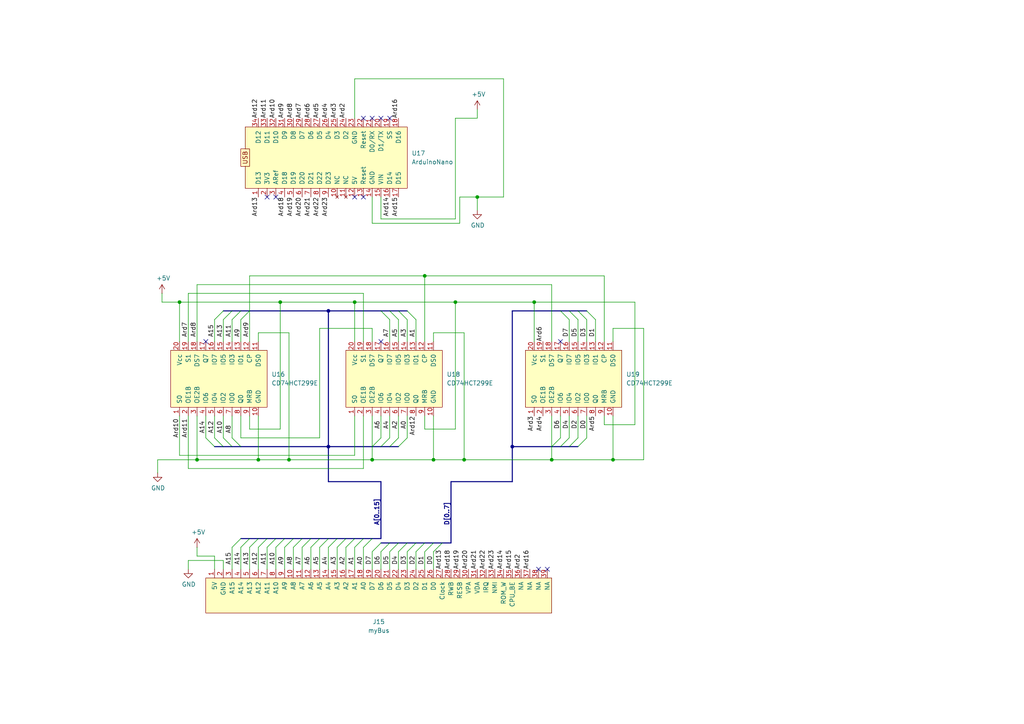
<source format=kicad_sch>
(kicad_sch (version 20231120) (generator "eeschema") (generator_version "8.0")
  (paper "A4")
  (title_block (title "Arduino Nano"))
  (lib_symbols
    (symbol "6502:ArduinoNano" (pin_names (offset 1.016))
      (property "Reference" "U" (at 27.94 0 0))
      (property "Value" "ArduinoNano" (at -1.27 0 0))
      (symbol "ArduinoNano_0_0"
        (rectangle (start -25.4 2.54) (end -22.86 -2.54) (fill (type background)))
        (polyline (pts (xy -24.13 2.54) (xy -24.13 8.89) (xy 22.86 8.89) (xy 22.86 -8.89) (xy -24.13 -8.89) (xy -24.13 -2.54)) (fill (type background)))
        (text "USB" (at -24.13 0 900) (effects (font (size 1.27 1.27))))
      )
      (symbol "ArduinoNano_1_1"
        (pin bidirectional line (at -20.32 -11.43 90) (length 2.54) (name "D13") (number "1"))
        (pin no_connect line (at 2.54 -11.43 90) (length 2.54) (name "NC") (number "10"))
        (pin no_connect line (at 5.08 -11.43 90) (length 2.54) (name "NC") (number "11"))
        (pin power_out line (at 7.62 -11.43 90) (length 2.54) (name "5V") (number "12"))
        (pin input line (at 10.16 -11.43 90) (length 2.54) (name "Reset") (number "13"))
        (pin power_in line (at 12.7 -11.43 90) (length 2.54) (name "GND") (number "14"))
        (pin power_in line (at 15.24 -11.43 90) (length 2.54) (name "VIN") (number "15"))
        (pin bidirectional line (at 17.78 -11.43 90) (length 2.54) (name "D14") (number "16"))
        (pin bidirectional line (at 20.32 -11.43 90) (length 2.54) (name "D15") (number "17"))
        (pin bidirectional line (at 20.32 11.43 270) (length 2.54) (name "D16") (number "18"))
        (pin bidirectional line (at 17.78 11.43 270) (length 2.54) (name "SS") (number "19"))
        (pin power_out line (at -17.78 -11.43 90) (length 2.54) (name "3V3") (number "2"))
        (pin bidirectional line (at 15.24 11.43 270) (length 2.54) (name "D1/TX") (number "20"))
        (pin bidirectional line (at 12.7 11.43 270) (length 2.54) (name "D0/RX") (number "21"))
        (pin input line (at 10.16 11.43 270) (length 2.54) (name "Reset") (number "22"))
        (pin power_in line (at 7.62 11.43 270) (length 2.54) (name "GND") (number "23"))
        (pin bidirectional line (at 5.08 11.43 270) (length 2.54) (name "D2") (number "24"))
        (pin bidirectional line (at 2.54 11.43 270) (length 2.54) (name "D3") (number "25"))
        (pin bidirectional line (at 0 11.43 270) (length 2.54) (name "D4") (number "26"))
        (pin bidirectional line (at -2.54 11.43 270) (length 2.54) (name "D5") (number "27"))
        (pin bidirectional line (at -5.08 11.43 270) (length 2.54) (name "D6") (number "28"))
        (pin bidirectional line (at -7.62 11.43 270) (length 2.54) (name "D7") (number "29"))
        (pin input line (at -15.24 -11.43 90) (length 2.54) (name "ARef") (number "3"))
        (pin bidirectional line (at -10.16 11.43 270) (length 2.54) (name "D8") (number "30"))
        (pin bidirectional line (at -12.7 11.43 270) (length 2.54) (name "D9") (number "31"))
        (pin bidirectional line (at -15.24 11.43 270) (length 2.54) (name "D10") (number "32"))
        (pin bidirectional line (at -17.78 11.43 270) (length 2.54) (name "D11") (number "33"))
        (pin bidirectional line (at -20.32 11.43 270) (length 2.54) (name "D12") (number "34"))
        (pin bidirectional line (at -12.7 -11.43 90) (length 2.54) (name "D18") (number "4"))
        (pin bidirectional line (at -10.16 -11.43 90) (length 2.54) (name "D19") (number "5"))
        (pin bidirectional line (at -7.62 -11.43 90) (length 2.54) (name "D20") (number "6"))
        (pin bidirectional line (at -5.08 -11.43 90) (length 2.54) (name "D21") (number "7"))
        (pin bidirectional line (at -2.54 -11.43 90) (length 2.54) (name "D22") (number "8"))
        (pin bidirectional line (at 0 -11.43 90) (length 2.54) (name "D23") (number "9"))
      )
    )
    (symbol "6502:CD74HCT299E" (pin_names (offset 1.016))
      (property "Reference" "U" (at -1.27 15.24 0))
      (property "Value" "CD74HCT299E" (at 0 -1.27 90))
      (symbol "CD74HCT299E_0_1"
        (rectangle (start -8.89 12.7) (end 7.62 -15.24) (fill (type background)))
      )
      (symbol "CD74HCT299E_1_1"
        (pin input line (at -11.43 10.16 0) (length 2.54) (name "S0") (number "1"))
        (pin power_in line (at -11.43 -12.7 0) (length 2.54) (name "GND") (number "10"))
        (pin input line (at 10.16 -12.7 180) (length 2.54) (name "DS0") (number "11"))
        (pin input line (at 10.16 -10.16 180) (length 2.54) (name "CP") (number "12"))
        (pin tri_state line (at 10.16 -7.62 180) (length 2.54) (name "IO1") (number "13"))
        (pin tri_state line (at 10.16 -5.08 180) (length 2.54) (name "IO3") (number "14"))
        (pin tri_state line (at 10.16 -2.54 180) (length 2.54) (name "IO5") (number "15"))
        (pin tri_state line (at 10.16 0 180) (length 2.54) (name "IO7") (number "16"))
        (pin output line (at 10.16 2.54 180) (length 2.54) (name "Q7") (number "17"))
        (pin input line (at 10.16 5.08 180) (length 2.54) (name "DS7") (number "18"))
        (pin input line (at 10.16 7.62 180) (length 2.54) (name "S1") (number "19"))
        (pin input line (at -11.43 7.62 0) (length 2.54) (name "OE1B") (number "2"))
        (pin power_in line (at 10.16 10.16 180) (length 2.54) (name "Vcc") (number "20"))
        (pin input line (at -11.43 5.08 0) (length 2.54) (name "OE2B") (number "3"))
        (pin tri_state line (at -11.43 2.54 0) (length 2.54) (name "IO6") (number "4"))
        (pin tri_state line (at -11.43 0 0) (length 2.54) (name "IO4") (number "5"))
        (pin tri_state line (at -11.43 -2.54 0) (length 2.54) (name "IO2") (number "6"))
        (pin tri_state line (at -11.43 -5.08 0) (length 2.54) (name "IO0") (number "7"))
        (pin output line (at -11.43 -7.62 0) (length 2.54) (name "Q0") (number "8"))
        (pin input line (at -11.43 -10.16 0) (length 2.54) (name "MRB") (number "9"))
      )
    )
    (symbol "6502:myBus" (pin_names (offset 1.016))
      (property "Reference" "J" (at 57.15 1.27 0))
      (property "Value" "myBus" (at 0 -1.27 0))
      (symbol "myBus_0_1"
        (rectangle (start -44.45 5.08) (end 55.88 -5.08) (fill (type background)))
      )
      (symbol "myBus_1_1"
        (pin power_in line (at -41.91 7.62 270) (length 2.54) (name "5V") (number "1"))
        (pin passive line (at -19.05 7.62 270) (length 2.54) (name "A8") (number "10"))
        (pin passive line (at -16.51 7.62 270) (length 2.54) (name "A7") (number "11"))
        (pin passive line (at -13.97 7.62 270) (length 2.54) (name "A6") (number "12"))
        (pin passive line (at -11.43 7.62 270) (length 2.54) (name "A5") (number "13"))
        (pin passive line (at -8.89 7.62 270) (length 2.54) (name "A4") (number "14"))
        (pin passive line (at -6.35 7.62 270) (length 2.54) (name "A3") (number "15"))
        (pin passive line (at -3.81 7.62 270) (length 2.54) (name "A2") (number "16"))
        (pin passive line (at -1.27 7.62 270) (length 2.54) (name "A1") (number "17"))
        (pin passive line (at 1.27 7.62 270) (length 2.54) (name "A0") (number "18"))
        (pin passive line (at 3.81 7.62 270) (length 2.54) (name "D7") (number "19"))
        (pin power_in line (at -39.37 7.62 270) (length 2.54) (name "GND") (number "2"))
        (pin passive line (at 6.35 7.62 270) (length 2.54) (name "D6") (number "20"))
        (pin passive line (at 8.89 7.62 270) (length 2.54) (name "D5") (number "21"))
        (pin passive line (at 11.43 7.62 270) (length 2.54) (name "D4") (number "22"))
        (pin passive line (at 13.97 7.62 270) (length 2.54) (name "D3") (number "23"))
        (pin passive line (at 16.51 7.62 270) (length 2.54) (name "D2") (number "24"))
        (pin passive line (at 19.05 7.62 270) (length 2.54) (name "D1") (number "25"))
        (pin passive line (at 21.59 7.62 270) (length 2.54) (name "D0") (number "26"))
        (pin passive line (at 24.13 7.62 270) (length 2.54) (name "Clock") (number "27"))
        (pin passive line (at 26.67 7.62 270) (length 2.54) (name "RWB") (number "28"))
        (pin passive line (at 29.21 7.62 270) (length 2.54) (name "RESB") (number "29"))
        (pin passive line (at -36.83 7.62 270) (length 2.54) (name "A15") (number "3"))
        (pin passive line (at 31.75 7.62 270) (length 2.54) (name "VPA") (number "30"))
        (pin passive line (at 34.29 7.62 270) (length 2.54) (name "VDA") (number "31"))
        (pin passive line (at 36.83 7.62 270) (length 2.54) (name "IRQ") (number "32"))
        (pin passive line (at 39.37 7.62 270) (length 2.54) (name "NMI") (number "33"))
        (pin passive line (at 41.91 7.62 270) (length 2.54) (name "ROM_W") (number "34"))
        (pin passive line (at 44.45 7.62 270) (length 2.54) (name "CPU_BE") (number "35"))
        (pin passive line (at 46.99 7.62 270) (length 2.54) (name "NA") (number "36"))
        (pin passive line (at 49.53 7.62 270) (length 2.54) (name "NA") (number "37"))
        (pin passive line (at 52.07 7.62 270) (length 2.54) (name "NA") (number "38"))
        (pin passive line (at 54.61 7.62 270) (length 2.54) (name "NA") (number "39"))
        (pin passive line (at -34.29 7.62 270) (length 2.54) (name "A14") (number "4"))
        (pin passive line (at -31.75 7.62 270) (length 2.54) (name "A13") (number "5"))
        (pin passive line (at -29.21 7.62 270) (length 2.54) (name "A12") (number "6"))
        (pin passive line (at -26.67 7.62 270) (length 2.54) (name "A11") (number "7"))
        (pin passive line (at -24.13 7.62 270) (length 2.54) (name "A10") (number "8"))
        (pin passive line (at -21.59 7.62 270) (length 2.54) (name "A9") (number "9"))
      )
    )
    (symbol "power:+5V" (power) (pin_numbers hide) (pin_names (offset 0) hide)
      (property "Value" "+5V" (at 0 3.556 0))
      (symbol "+5V_0_1"
        (polyline (pts (xy -0.762 1.27) (xy 0 2.54)))
        (polyline (pts (xy 0 0) (xy 0 2.54)))
        (polyline (pts (xy 0 2.54) (xy 0.762 1.27)))
      )
      (symbol "+5V_1_1"
        (pin power_in line (at 0 0 90) (length 0) (name "~") (number "1"))
      )
    )
    (symbol "power:GND" (power) (pin_numbers hide) (pin_names (offset 0) hide)
      (property "Value" "GND" (at 0 -3.81 0))
      (symbol "GND_0_1"
        (polyline (pts (xy 0 0) (xy 0 -1.27) (xy 1.27 -1.27) (xy 0 -2.54) (xy -1.27 -1.27) (xy 0 -1.27)))
      )
      (symbol "GND_1_1"
        (pin power_in line (at 0 0 270) (length 0) (name "~") (number "1"))
      )
    )
  )
  (junction (at 107.95 133.35))
  (junction (at 125.73 133.35))
  (junction (at 74.93 133.35))
  (junction (at 148.59 129.54))
  (junction (at 154.94 87.63))
  (junction (at 123.19 80.01))
  (junction (at 132.08 87.63))
  (junction (at 177.8 133.35))
  (junction (at 81.28 87.63))
  (junction (at 83.82 133.35))
  (junction (at 57.15 133.35))
  (junction (at 160.02 133.35))
  (junction (at 102.87 87.63))
  (junction (at 52.07 87.63))
  (junction (at 95.25 129.54))
  (junction (at 95.25 90.17))
  (junction (at 134.62 133.35))
  (junction (at 138.43 57.15))
  (no_connect (at 105.41 57.15))
  (no_connect (at 162.56 99.06))
  (no_connect (at 105.41 34.29))
  (no_connect (at 59.69 99.06))
  (no_connect (at 77.47 57.15))
  (no_connect (at 107.95 34.29))
  (no_connect (at 158.75 165.1))
  (no_connect (at 110.49 99.06))
  (no_connect (at 80.01 57.15))
  (no_connect (at 110.49 34.29))
  (no_connect (at 102.87 57.15))
  (no_connect (at 156.21 165.1))
  (no_connect (at 113.03 34.29))
  (bus_entry (at 77.47 158.75) (size 2.54 -2.54))
  (bus_entry (at 107.95 129.54) (size 2.54 -2.54))
  (bus_entry (at 162.56 129.54) (size 2.54 -2.54))
  (bus_entry (at 85.09 158.75) (size 2.54 -2.54))
  (bus_entry (at 100.33 158.75) (size 2.54 -2.54))
  (bus_entry (at 165.1 90.17) (size 2.54 2.54))
  (bus_entry (at 118.11 90.17) (size 2.54 2.54))
  (bus_entry (at 110.49 160.02) (size 2.54 -2.54))
  (bus_entry (at 90.17 158.75) (size 2.54 -2.54))
  (bus_entry (at 67.31 127) (size 2.54 2.54))
  (bus_entry (at 74.93 158.75) (size 2.54 -2.54))
  (bus_entry (at 59.69 127) (size 2.54 2.54))
  (bus_entry (at 62.23 92.71) (size 2.54 -2.54))
  (bus_entry (at 110.49 90.17) (size 2.54 2.54))
  (bus_entry (at 95.25 158.75) (size 2.54 -2.54))
  (bus_entry (at 160.02 129.54) (size 2.54 -2.54))
  (bus_entry (at 80.01 158.75) (size 2.54 -2.54))
  (bus_entry (at 105.41 158.75) (size 2.54 -2.54))
  (bus_entry (at 170.18 90.17) (size 2.54 2.54))
  (bus_entry (at 92.71 158.75) (size 2.54 -2.54))
  (bus_entry (at 67.31 158.75) (size 2.54 -2.54))
  (bus_entry (at 107.95 160.02) (size 2.54 -2.54))
  (bus_entry (at 64.77 127) (size 2.54 2.54))
  (bus_entry (at 97.79 158.75) (size 2.54 -2.54))
  (bus_entry (at 115.57 160.02) (size 2.54 -2.54))
  (bus_entry (at 62.23 127) (size 2.54 2.54))
  (bus_entry (at 113.03 90.17) (size 2.54 2.54))
  (bus_entry (at 102.87 158.75) (size 2.54 -2.54))
  (bus_entry (at 69.85 92.71) (size 2.54 -2.54))
  (bus_entry (at 113.03 160.02) (size 2.54 -2.54))
  (bus_entry (at 87.63 158.75) (size 2.54 -2.54))
  (bus_entry (at 115.57 129.54) (size 2.54 -2.54))
  (bus_entry (at 167.64 129.54) (size 2.54 -2.54))
  (bus_entry (at 167.64 90.17) (size 2.54 2.54))
  (bus_entry (at 165.1 129.54) (size 2.54 -2.54))
  (bus_entry (at 113.03 129.54) (size 2.54 -2.54))
  (bus_entry (at 125.73 160.02) (size 2.54 -2.54))
  (bus_entry (at 69.85 158.75) (size 2.54 -2.54))
  (bus_entry (at 72.39 158.75) (size 2.54 -2.54))
  (bus_entry (at 162.56 90.17) (size 2.54 2.54))
  (bus_entry (at 115.57 90.17) (size 2.54 2.54))
  (bus_entry (at 82.55 158.75) (size 2.54 -2.54))
  (bus_entry (at 123.19 160.02) (size 2.54 -2.54))
  (bus_entry (at 118.11 160.02) (size 2.54 -2.54))
  (bus_entry (at 67.31 92.71) (size 2.54 -2.54))
  (bus_entry (at 120.65 160.02) (size 2.54 -2.54))
  (bus_entry (at 64.77 92.71) (size 2.54 -2.54))
  (bus_entry (at 110.49 129.54) (size 2.54 -2.54))
  (wire (pts (xy 172.72 99.06) (xy 172.72 92.71)))
  (wire (pts (xy 54.61 162.56) (xy 54.61 165.1)))
  (wire (pts (xy 175.26 120.65) (xy 175.26 123.19)))
  (wire (pts (xy 64.77 162.56) (xy 54.61 162.56)))
  (wire (pts (xy 69.85 120.65) (xy 69.85 127)))
  (bus (pts (xy 148.59 129.54) (xy 148.59 90.17)))
  (wire (pts (xy 69.85 99.06) (xy 69.85 92.71)))
  (wire (pts (xy 72.39 120.65) (xy 72.39 124.46)))
  (wire (pts (xy 115.57 165.1) (xy 115.57 160.02)))
  (wire (pts (xy 102.87 34.29) (xy 102.87 22.86)))
  (wire (pts (xy 72.39 90.17) (xy 72.39 99.06)))
  (bus (pts (xy 69.85 156.21) (xy 72.39 156.21)))
  (wire (pts (xy 102.87 87.63) (xy 132.08 87.63)))
  (wire (pts (xy 74.93 133.35) (xy 83.82 133.35)))
  (bus (pts (xy 100.33 156.21) (xy 102.87 156.21)))
  (wire (pts (xy 46.99 85.09) (xy 46.99 87.63)))
  (wire (pts (xy 83.82 133.35) (xy 107.95 133.35)))
  (wire (pts (xy 160.02 133.35) (xy 177.8 133.35)))
  (wire (pts (xy 54.61 135.89) (xy 105.41 135.89)))
  (wire (pts (xy 57.15 161.29) (xy 62.23 161.29)))
  (wire (pts (xy 107.95 133.35) (xy 125.73 133.35)))
  (wire (pts (xy 160.02 99.06) (xy 160.02 82.55)))
  (wire (pts (xy 175.26 123.19) (xy 184.15 123.19)))
  (wire (pts (xy 62.23 120.65) (xy 62.23 127)))
  (wire (pts (xy 125.73 99.06) (xy 125.73 96.52)))
  (wire (pts (xy 81.28 87.63) (xy 102.87 87.63)))
  (wire (pts (xy 57.15 158.75) (xy 57.15 161.29)))
  (wire (pts (xy 67.31 92.71) (xy 67.31 99.06)))
  (wire (pts (xy 105.41 158.75) (xy 105.41 165.1)))
  (wire (pts (xy 154.94 87.63) (xy 184.15 87.63)))
  (wire (pts (xy 92.71 127) (xy 69.85 127)))
  (bus (pts (xy 128.27 157.48) (xy 130.81 157.48)))
  (wire (pts (xy 105.41 85.09) (xy 105.41 99.06)))
  (wire (pts (xy 186.69 95.25) (xy 186.69 133.35)))
  (wire (pts (xy 59.69 120.65) (xy 59.69 127)))
  (wire (pts (xy 92.71 95.25) (xy 92.71 127)))
  (wire (pts (xy 82.55 165.1) (xy 82.55 158.75)))
  (bus (pts (xy 113.03 129.54) (xy 115.57 129.54)))
  (bus (pts (xy 95.25 90.17) (xy 110.49 90.17)))
  (bus (pts (xy 74.93 156.21) (xy 77.47 156.21)))
  (wire (pts (xy 138.43 34.29) (xy 138.43 31.75)))
  (wire (pts (xy 45.72 133.35) (xy 45.72 137.16)))
  (wire (pts (xy 102.87 120.65) (xy 102.87 132.08)))
  (wire (pts (xy 64.77 99.06) (xy 64.77 92.71)))
  (wire (pts (xy 132.08 124.46) (xy 132.08 87.63)))
  (wire (pts (xy 177.8 120.65) (xy 177.8 133.35)))
  (wire (pts (xy 54.61 85.09) (xy 105.41 85.09)))
  (wire (pts (xy 46.99 87.63) (xy 52.07 87.63)))
  (wire (pts (xy 54.61 120.65) (xy 54.61 135.89)))
  (wire (pts (xy 132.08 63.5) (xy 132.08 34.29)))
  (wire (pts (xy 67.31 120.65) (xy 67.31 127)))
  (bus (pts (xy 113.03 90.17) (xy 115.57 90.17)))
  (wire (pts (xy 110.49 57.15) (xy 110.49 63.5)))
  (bus (pts (xy 85.09 156.21) (xy 87.63 156.21)))
  (wire (pts (xy 113.03 92.71) (xy 113.03 99.06)))
  (wire (pts (xy 85.09 158.75) (xy 85.09 165.1)))
  (bus (pts (xy 64.77 90.17) (xy 67.31 90.17)))
  (wire (pts (xy 160.02 120.65) (xy 160.02 129.54)))
  (wire (pts (xy 120.65 99.06) (xy 120.65 92.71)))
  (wire (pts (xy 83.82 96.52) (xy 83.82 133.35)))
  (bus (pts (xy 162.56 90.17) (xy 165.1 90.17)))
  (wire (pts (xy 165.1 92.71) (xy 165.1 99.06)))
  (wire (pts (xy 45.72 133.35) (xy 57.15 133.35)))
  (wire (pts (xy 134.62 133.35) (xy 160.02 133.35)))
  (bus (pts (xy 97.79 156.21) (xy 100.33 156.21)))
  (bus (pts (xy 72.39 90.17) (xy 95.25 90.17)))
  (wire (pts (xy 107.95 95.25) (xy 92.71 95.25)))
  (wire (pts (xy 110.49 120.65) (xy 110.49 127)))
  (wire (pts (xy 52.07 99.06) (xy 52.07 87.63)))
  (wire (pts (xy 74.93 120.65) (xy 74.93 133.35)))
  (bus (pts (xy 80.01 156.21) (xy 82.55 156.21)))
  (bus (pts (xy 110.49 157.48) (xy 113.03 157.48)))
  (wire (pts (xy 52.07 87.63) (xy 81.28 87.63)))
  (bus (pts (xy 67.31 129.54) (xy 69.85 129.54)))
  (wire (pts (xy 62.23 161.29) (xy 62.23 165.1)))
  (bus (pts (xy 105.41 156.21) (xy 107.95 156.21)))
  (bus (pts (xy 110.49 139.7) (xy 110.49 156.21)))
  (wire (pts (xy 132.08 34.29) (xy 138.43 34.29)))
  (bus (pts (xy 77.47 156.21) (xy 80.01 156.21)))
  (bus (pts (xy 125.73 157.48) (xy 128.27 157.48)))
  (wire (pts (xy 72.39 165.1) (xy 72.39 158.75)))
  (wire (pts (xy 160.02 82.55) (xy 57.15 82.55)))
  (wire (pts (xy 154.94 99.06) (xy 154.94 87.63)))
  (wire (pts (xy 167.64 99.06) (xy 167.64 92.71)))
  (wire (pts (xy 167.64 120.65) (xy 167.64 127)))
  (bus (pts (xy 95.25 156.21) (xy 97.79 156.21)))
  (wire (pts (xy 125.73 120.65) (xy 125.73 133.35)))
  (bus (pts (xy 92.71 156.21) (xy 95.25 156.21)))
  (bus (pts (xy 123.19 157.48) (xy 125.73 157.48)))
  (bus (pts (xy 62.23 129.54) (xy 64.77 129.54)))
  (wire (pts (xy 57.15 133.35) (xy 74.93 133.35)))
  (bus (pts (xy 167.64 90.17) (xy 170.18 90.17)))
  (bus (pts (xy 110.49 139.7) (xy 95.25 139.7)))
  (wire (pts (xy 64.77 120.65) (xy 64.77 127)))
  (wire (pts (xy 125.73 133.35) (xy 134.62 133.35)))
  (wire (pts (xy 90.17 158.75) (xy 90.17 165.1)))
  (wire (pts (xy 162.56 120.65) (xy 162.56 127)))
  (bus (pts (xy 110.49 90.17) (xy 113.03 90.17)))
  (bus (pts (xy 148.59 129.54) (xy 160.02 129.54)))
  (bus (pts (xy 113.03 157.48) (xy 115.57 157.48)))
  (wire (pts (xy 177.8 99.06) (xy 177.8 95.25)))
  (wire (pts (xy 57.15 82.55) (xy 57.15 99.06)))
  (wire (pts (xy 177.8 95.25) (xy 186.69 95.25)))
  (wire (pts (xy 113.03 120.65) (xy 113.03 127)))
  (bus (pts (xy 64.77 129.54) (xy 67.31 129.54)))
  (wire (pts (xy 118.11 120.65) (xy 118.11 127)))
  (wire (pts (xy 62.23 92.71) (xy 62.23 99.06)))
  (wire (pts (xy 100.33 158.75) (xy 100.33 165.1)))
  (bus (pts (xy 95.25 129.54) (xy 107.95 129.54)))
  (wire (pts (xy 105.41 120.65) (xy 105.41 135.89)))
  (bus (pts (xy 165.1 90.17) (xy 167.64 90.17)))
  (wire (pts (xy 54.61 85.09) (xy 54.61 99.06)))
  (bus (pts (xy 69.85 129.54) (xy 95.25 129.54)))
  (wire (pts (xy 175.26 80.01) (xy 175.26 99.06)))
  (wire (pts (xy 102.87 22.86) (xy 146.05 22.86)))
  (wire (pts (xy 118.11 92.71) (xy 118.11 99.06)))
  (bus (pts (xy 87.63 156.21) (xy 90.17 156.21)))
  (wire (pts (xy 72.39 80.01) (xy 72.39 90.17)))
  (wire (pts (xy 123.19 160.02) (xy 123.19 165.1)))
  (wire (pts (xy 95.25 158.75) (xy 95.25 165.1)))
  (wire (pts (xy 102.87 165.1) (xy 102.87 158.75)))
  (wire (pts (xy 146.05 57.15) (xy 138.43 57.15)))
  (wire (pts (xy 107.95 165.1) (xy 107.95 160.02)))
  (wire (pts (xy 115.57 99.06) (xy 115.57 92.71)))
  (wire (pts (xy 74.93 158.75) (xy 74.93 165.1)))
  (wire (pts (xy 69.85 158.75) (xy 69.85 165.1)))
  (wire (pts (xy 67.31 165.1) (xy 67.31 158.75)))
  (bus (pts (xy 90.17 156.21) (xy 92.71 156.21)))
  (bus (pts (xy 69.85 90.17) (xy 72.39 90.17)))
  (wire (pts (xy 115.57 120.65) (xy 115.57 127)))
  (bus (pts (xy 95.25 139.7) (xy 95.25 129.54)))
  (bus (pts (xy 102.87 156.21) (xy 105.41 156.21)))
  (wire (pts (xy 170.18 120.65) (xy 170.18 127)))
  (wire (pts (xy 87.63 165.1) (xy 87.63 158.75)))
  (wire (pts (xy 57.15 120.65) (xy 57.15 133.35)))
  (wire (pts (xy 123.19 120.65) (xy 123.19 124.46)))
  (wire (pts (xy 110.49 160.02) (xy 110.49 165.1)))
  (bus (pts (xy 118.11 157.48) (xy 120.65 157.48)))
  (wire (pts (xy 81.28 124.46) (xy 81.28 87.63)))
  (wire (pts (xy 118.11 160.02) (xy 118.11 165.1)))
  (wire (pts (xy 170.18 92.71) (xy 170.18 99.06)))
  (wire (pts (xy 184.15 87.63) (xy 184.15 123.19)))
  (bus (pts (xy 72.39 156.21) (xy 74.93 156.21)))
  (wire (pts (xy 146.05 22.86) (xy 146.05 57.15)))
  (bus (pts (xy 130.81 139.7) (xy 130.81 157.48)))
  (wire (pts (xy 177.8 133.35) (xy 186.69 133.35)))
  (wire (pts (xy 92.71 165.1) (xy 92.71 158.75)))
  (wire (pts (xy 123.19 124.46) (xy 132.08 124.46)))
  (wire (pts (xy 72.39 80.01) (xy 123.19 80.01)))
  (wire (pts (xy 110.49 63.5) (xy 132.08 63.5)))
  (wire (pts (xy 160.02 129.54) (xy 160.02 133.35)))
  (bus (pts (xy 110.49 129.54) (xy 113.03 129.54)))
  (bus (pts (xy 162.56 129.54) (xy 165.1 129.54)))
  (wire (pts (xy 133.35 57.15) (xy 138.43 57.15)))
  (bus (pts (xy 67.31 90.17) (xy 69.85 90.17)))
  (bus (pts (xy 120.65 157.48) (xy 123.19 157.48)))
  (wire (pts (xy 138.43 57.15) (xy 138.43 60.96)))
  (bus (pts (xy 148.59 90.17) (xy 162.56 90.17)))
  (wire (pts (xy 77.47 165.1) (xy 77.47 158.75)))
  (bus (pts (xy 160.02 129.54) (xy 162.56 129.54)))
  (wire (pts (xy 107.95 129.54) (xy 107.95 133.35)))
  (bus (pts (xy 130.81 139.7) (xy 148.59 139.7)))
  (wire (pts (xy 133.35 64.77) (xy 133.35 57.15)))
  (wire (pts (xy 74.93 96.52) (xy 83.82 96.52)))
  (wire (pts (xy 80.01 158.75) (xy 80.01 165.1)))
  (wire (pts (xy 107.95 64.77) (xy 133.35 64.77)))
  (wire (pts (xy 102.87 132.08) (xy 52.07 132.08)))
  (wire (pts (xy 123.19 80.01) (xy 175.26 80.01)))
  (wire (pts (xy 64.77 165.1) (xy 64.77 162.56)))
  (bus (pts (xy 82.55 156.21) (xy 85.09 156.21)))
  (bus (pts (xy 165.1 129.54) (xy 167.64 129.54)))
  (wire (pts (xy 97.79 165.1) (xy 97.79 158.75)))
  (bus (pts (xy 148.59 139.7) (xy 148.59 129.54)))
  (bus (pts (xy 107.95 156.21) (xy 110.49 156.21)))
  (wire (pts (xy 132.08 87.63) (xy 154.94 87.63)))
  (bus (pts (xy 115.57 90.17) (xy 118.11 90.17)))
  (wire (pts (xy 123.19 99.06) (xy 123.19 80.01)))
  (wire (pts (xy 102.87 99.06) (xy 102.87 87.63)))
  (wire (pts (xy 74.93 99.06) (xy 74.93 96.52)))
  (wire (pts (xy 52.07 132.08) (xy 52.07 120.65)))
  (wire (pts (xy 120.65 165.1) (xy 120.65 160.02)))
  (bus (pts (xy 115.57 157.48) (xy 118.11 157.48)))
  (wire (pts (xy 165.1 120.65) (xy 165.1 127)))
  (wire (pts (xy 72.39 124.46) (xy 81.28 124.46)))
  (wire (pts (xy 107.95 120.65) (xy 107.95 129.54)))
  (wire (pts (xy 107.95 99.06) (xy 107.95 95.25)))
  (wire (pts (xy 125.73 96.52) (xy 134.62 96.52)))
  (bus (pts (xy 107.95 129.54) (xy 110.49 129.54)))
  (wire (pts (xy 107.95 57.15) (xy 107.95 64.77)))
  (wire (pts (xy 113.03 160.02) (xy 113.03 165.1)))
  (wire (pts (xy 125.73 165.1) (xy 125.73 160.02)))
  (bus (pts (xy 95.25 129.54) (xy 95.25 90.17)))
  (wire (pts (xy 134.62 96.52) (xy 134.62 133.35)))
  (label "D7" (at 107.95 163.83 90))
  (label "Ard14" (at 113.03 57.15 270))
  (label "A[0..15]" (at 110.49 152.4 90) (effects (font (bold yes))))
  (label "Ard21" (at 138.43 165.1 90))
  (label "A0" (at 105.41 163.83 90))
  (label "A4" (at 95.25 163.83 90))
  (label "Ard13" (at 74.93 57.15 270))
  (label "Ard3" (at 97.79 34.29 90))
  (label "Ard5" (at 92.71 34.29 90))
  (label "A11" (at 77.47 163.83 90))
  (label "A5" (at 115.57 97.79 90))
  (label "Ard23" (at 95.25 57.15 270))
  (label "A14" (at 69.85 163.83 90))
  (label "Ard6" (at 90.17 34.29 90))
  (label "A15" (at 67.31 163.83 90))
  (label "Ard2" (at 151.13 165.1 90))
  (label "D3" (at 170.18 97.79 90))
  (label "Ard4" (at 95.25 34.29 90))
  (label "D5" (at 113.03 163.83 90))
  (label "Ard15" (at 148.59 165.1 90))
  (label "D[0..7]" (at 130.81 152.4 90) (effects (font (bold yes))))
  (label "Ard16" (at 115.57 34.29 90))
  (label "Ard10" (at 52.07 127 90))
  (label "Ard7" (at 54.61 97.79 90))
  (label "D1" (at 172.72 97.79 90))
  (label "Ard7" (at 87.63 34.29 90))
  (label "D4" (at 165.1 124.46 90))
  (label "Ard5" (at 172.72 120.65 270))
  (label "D3" (at 118.11 163.83 90))
  (label "A3" (at 97.79 163.83 90))
  (label "A7" (at 87.63 163.83 90))
  (label "Ard9" (at 82.55 34.29 90))
  (label "Ard20" (at 87.63 57.15 270))
  (label "D2" (at 120.65 163.83 90))
  (label "D7" (at 165.1 97.79 90))
  (label "Ard6" (at 157.48 99.06 90))
  (label "Ard22" (at 92.71 57.15 270))
  (label "A6" (at 110.49 124.46 90))
  (label "Ard9" (at 72.39 97.79 90))
  (label "D5" (at 167.64 97.79 90))
  (label "Ard12" (at 120.65 120.65 270))
  (label "D4" (at 115.57 163.83 90))
  (label "A11" (at 67.31 97.79 90))
  (label "D6" (at 110.49 163.83 90))
  (label "A9" (at 82.55 163.83 90))
  (label "Ard11" (at 77.47 34.29 90))
  (label "Ard19" (at 85.09 57.15 270))
  (label "Ard3" (at 154.94 120.65 270))
  (label "D1" (at 123.19 163.83 90))
  (label "A1" (at 102.87 163.83 90))
  (label "A13" (at 64.77 97.79 90))
  (label "A14" (at 59.69 125.73 90))
  (label "Ard19" (at 133.35 165.1 90))
  (label "Ard22" (at 140.97 165.1 90))
  (label "Ard2" (at 100.33 34.29 90))
  (label "Ard15" (at 115.57 57.15 270))
  (label "D6" (at 162.56 124.46 90))
  (label "Ard13" (at 128.27 165.1 90))
  (label "A7" (at 113.03 97.79 90))
  (label "Ard20" (at 135.89 165.1 90))
  (label "A0" (at 118.11 124.46 90))
  (label "Ard23" (at 143.51 165.1 90))
  (label "D0" (at 170.18 124.46 90))
  (label "Ard16" (at 153.67 165.1 90))
  (label "A3" (at 118.11 97.79 90))
  (label "A6" (at 90.17 163.83 90))
  (label "A8" (at 67.31 125.73 90))
  (label "Ard8" (at 85.09 34.29 90))
  (label "Ard14" (at 146.05 165.1 90))
  (label "A8" (at 85.09 163.83 90))
  (label "Ard10" (at 80.01 34.29 90))
  (label "Ard18" (at 82.55 57.15 270))
  (label "A9" (at 69.85 97.79 90))
  (label "Ard12" (at 74.93 34.29 90))
  (label "A13" (at 72.39 163.83 90))
  (label "A10" (at 64.77 125.73 90))
  (label "A1" (at 120.65 97.79 90))
  (label "A12" (at 74.93 163.83 90))
  (label "Ard4" (at 157.48 120.65 270))
  (label "D0" (at 125.73 163.83 90))
  (label "Ard21" (at 90.17 57.15 270))
  (label "Ard18" (at 130.81 165.1 90))
  (label "Ard11" (at 54.61 127 90))
  (label "A4" (at 113.03 124.46 90))
  (label "Ard8" (at 57.15 97.79 90))
  (label "A2" (at 115.57 124.46 90))
  (label "D2" (at 167.64 124.46 90))
  (label "A10" (at 80.01 163.83 90))
  (label "A5" (at 92.71 163.83 90))
  (label "A15" (at 62.23 97.79 90))
  (label "A12" (at 62.23 125.73 90))
  (label "A2" (at 100.33 163.83 90))
  (symbol (lib_id "6502:CD74HCT299E") (at 113.03 109.22 90) (unit 1)
    (property "Reference" "U18" (at 129.54 108.5849 90) (effects (justify right)))
    (property "Value" "CD74HCT299E" (at 129.54 111.1249 90) (effects (justify right)))
  )
  (symbol (lib_id "power:+5V") (at 138.43 31.75 0) (unit 1)
    (property "Reference" "#PWR080" (effects (hide yes)))
    (property "Value" "+5V" (at 138.811 27.3558 0))
    (property "Description" "Power symbol creates a global label with name \"+5V\"" (effects (hide yes)))
  )
  (symbol (lib_id "6502:CD74HCT299E") (at 62.23 109.22 90) (unit 1)
    (property "Reference" "U16" (at 78.74 108.5849 90) (effects (justify right)))
    (property "Value" "CD74HCT299E" (at 78.74 111.1249 90) (effects (justify right)))
  )
  (symbol (lib_id "power:+5V") (at 46.99 85.09 0) (unit 1)
    (property "Reference" "#PWR077" (effects (hide yes)))
    (property "Value" "+5V" (at 47.371 80.6958 0))
    (property "Description" "Power symbol creates a global label with name \"+5V\"" (effects (hide yes)))
  )
  (symbol (lib_id "6502:CD74HCT299E") (at 165.1 109.22 90) (unit 1)
    (property "Reference" "U19" (at 181.61 108.5849 90) (effects (justify right)))
    (property "Value" "CD74HCT299E" (at 181.61 111.1249 90) (effects (justify right)))
  )
  (symbol (lib_id "power:GND") (at 54.61 165.1 0) (unit 1)
    (property "Reference" "#PWR078" (effects (hide yes)))
    (property "Value" "GND" (at 54.737 169.4942 0))
    (property "Description" "Power symbol creates a global label with name \"GND\" , ground" (effects (hide yes)))
  )
  (symbol (lib_id "6502:ArduinoNano") (at 95.25 45.72 0) (unit 1)
    (property "Reference" "U17" (at 119.38 44.4499 0) (effects (justify left)))
    (property "Value" "ArduinoNano" (at 119.38 46.9899 0) (effects (justify left)))
  )
  (symbol (lib_id "power:+5V") (at 57.15 158.75 0) (unit 1)
    (property "Reference" "#PWR079" (effects (hide yes)))
    (property "Value" "+5V" (at 57.531 154.3558 0))
    (property "Description" "Power symbol creates a global label with name \"+5V\"" (effects (hide yes)))
  )
  (symbol (lib_id "power:GND") (at 45.72 137.16 0) (unit 1)
    (property "Reference" "#PWR076" (effects (hide yes)))
    (property "Value" "GND" (at 45.847 141.5542 0))
    (property "Description" "Power symbol creates a global label with name \"GND\" , ground" (effects (hide yes)))
  )
  (symbol (lib_id "6502:myBus") (at 104.14 172.72 0) (unit 1)
    (property "Reference" "J15" (at 109.855 180.34 0))
    (property "Value" "myBus" (at 109.855 182.88 0))
  )
  (symbol (lib_id "power:GND") (at 138.43 60.96 0) (unit 1)
    (property "Reference" "#PWR081" (effects (hide yes)))
    (property "Value" "GND" (at 138.557 65.3542 0))
    (property "Description" "Power symbol creates a global label with name \"GND\" , ground" (effects (hide yes)))
  )
)
</source>
